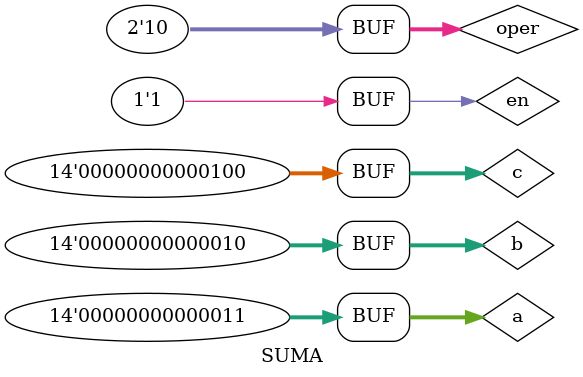
<source format=v>
`timescale 1ns / 1ps


module SUMA;

	// Inputs
	reg [13:0] a;
	reg [13:0] b;
	reg [13:0] c;
	reg [1:0] oper;
	reg en;

	// Outputs
	wire [13:0] res;

	// Instantiate the Unit Under Test (UUT)
	sumador uut (
		.a(a), 
		.b(b), 
		.c(c), 
		.oper(oper), 
		.en(en), 
		.res(res)
	);

	initial begin
		// Initialize Inputs
		a = 0;
		b = 0;
		c = 0;
		oper = 0;
		en = 0;

		// Wait 100 ns for global reset to finish
		#100;
      a = 1;
		b = 2;
		c = 0;
		oper = 2;
		en = 0;
#100;
      		a = 2;
		b = 1;
		c = 0;
		oper = 0;
		en = 1;
#100;
      		a = 0;
		b = 0;
		c = 1;
		oper = 2;
		en = 1;
#100;
      		a = 1;
		b = 3;
		c = 3;
		oper = 2;
		en = 1;
#100;
      		a = 121;
		b = 12;
		c = 100;
		oper = 2;
		en = 1;
#100;
      a = 3;
		b = 2;
		c = 4;
		oper = 2;
		en = 1;		
		// Add stimulus here

	end
      
endmodule


</source>
